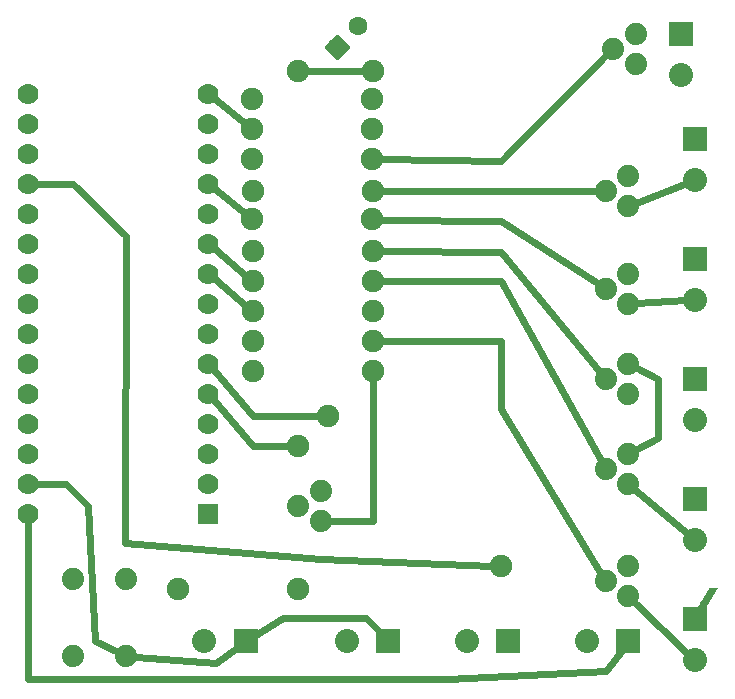
<source format=gtl>
G04 MADE WITH FRITZING*
G04 WWW.FRITZING.ORG*
G04 DOUBLE SIDED*
G04 HOLES PLATED*
G04 CONTOUR ON CENTER OF CONTOUR VECTOR*
%ASAXBY*%
%FSLAX23Y23*%
%MOIN*%
%OFA0B0*%
%SFA1.0B1.0*%
%ADD10C,0.074000*%
%ADD11C,0.080000*%
%ADD12C,0.075000*%
%ADD13C,0.062992*%
%ADD14C,0.070000*%
%ADD15C,0.075433*%
%ADD16R,0.080000X0.080000*%
%ADD17R,0.069972X0.070000*%
%ADD18C,0.024000*%
%ADD19C,0.015748*%
%ADD20R,0.001000X0.001000*%
%LNCOPPER1*%
G90*
G70*
G54D10*
X214Y131D03*
X214Y387D03*
X392Y131D03*
X392Y387D03*
X214Y131D03*
X214Y387D03*
X392Y131D03*
X392Y387D03*
X2064Y1306D03*
X1989Y1356D03*
X2064Y1406D03*
X2064Y1306D03*
X1989Y1356D03*
X2064Y1406D03*
X2064Y1006D03*
X1989Y1056D03*
X2064Y1106D03*
X2064Y1006D03*
X1989Y1056D03*
X2064Y1106D03*
X2064Y331D03*
X1989Y381D03*
X2064Y431D03*
X2064Y331D03*
X1989Y381D03*
X2064Y431D03*
X2064Y706D03*
X1989Y756D03*
X2064Y806D03*
X2064Y706D03*
X1989Y756D03*
X2064Y806D03*
X2064Y1631D03*
X1989Y1681D03*
X2064Y1731D03*
X2064Y1631D03*
X1989Y1681D03*
X2064Y1731D03*
X2089Y2106D03*
X2014Y2156D03*
X2089Y2206D03*
X2089Y2106D03*
X2014Y2156D03*
X2089Y2206D03*
G54D11*
X2064Y181D03*
X1926Y181D03*
X2288Y1056D03*
X2288Y918D03*
X2288Y1456D03*
X2288Y1318D03*
X1664Y181D03*
X1526Y181D03*
X1264Y181D03*
X1126Y181D03*
X789Y181D03*
X651Y181D03*
X2288Y256D03*
X2288Y118D03*
X2288Y656D03*
X2288Y518D03*
X2288Y1856D03*
X2288Y1718D03*
X2239Y2206D03*
X2239Y2068D03*
G54D12*
X812Y1787D03*
X1212Y1787D03*
X812Y1587D03*
X1212Y1587D03*
X814Y1281D03*
X1214Y1281D03*
X964Y356D03*
X564Y356D03*
X812Y1987D03*
X1212Y1987D03*
X814Y1681D03*
X1214Y1681D03*
X814Y1481D03*
X1214Y1481D03*
X814Y1181D03*
X1214Y1181D03*
X814Y1381D03*
X1214Y1381D03*
X814Y1081D03*
X1214Y1081D03*
X812Y1887D03*
X1212Y1887D03*
G54D13*
X1095Y2162D03*
X1164Y2231D03*
G54D14*
X664Y606D03*
X664Y706D03*
X664Y806D03*
X664Y906D03*
X664Y1006D03*
X664Y1106D03*
X664Y1206D03*
X664Y1306D03*
X664Y1406D03*
X664Y1506D03*
X664Y1606D03*
X664Y1706D03*
X664Y1806D03*
X664Y1906D03*
X664Y2006D03*
X64Y606D03*
X64Y706D03*
X64Y806D03*
X64Y906D03*
X64Y1006D03*
X64Y1106D03*
X64Y1206D03*
X64Y1306D03*
X64Y1406D03*
X64Y1506D03*
X64Y1606D03*
X64Y1706D03*
X64Y1806D03*
X64Y1906D03*
X64Y2006D03*
G54D15*
X964Y831D03*
X964Y2081D03*
X1064Y931D03*
G54D10*
X1039Y581D03*
X964Y631D03*
X1039Y681D03*
X1039Y581D03*
X964Y631D03*
X1039Y681D03*
G54D15*
X1214Y2081D03*
X1639Y431D03*
G54D16*
X2064Y181D03*
X2288Y1056D03*
X2288Y1456D03*
X1664Y181D03*
X1264Y181D03*
X789Y181D03*
X2288Y256D03*
X2288Y656D03*
X2288Y1856D03*
X2239Y2206D03*
G54D17*
X664Y606D03*
G54D18*
X2257Y1317D02*
X2091Y1308D01*
D02*
X2089Y1641D02*
X2259Y1707D01*
D02*
X2265Y140D02*
X2084Y313D01*
D02*
X1966Y1371D02*
X1640Y1582D01*
D02*
X1640Y1582D02*
X1241Y1586D01*
D02*
X1640Y1681D02*
X1243Y1681D01*
D02*
X1962Y1681D02*
X1640Y1681D01*
D02*
X2264Y538D02*
X2085Y689D01*
D02*
X687Y1688D02*
X790Y1605D01*
D02*
X792Y1400D02*
X686Y1488D01*
D02*
X1640Y1480D02*
X1243Y1481D01*
D02*
X1972Y1077D02*
X1640Y1480D01*
D02*
X1976Y780D02*
X1640Y1381D01*
D02*
X1640Y1381D02*
X1243Y1381D01*
D02*
X1066Y581D02*
X1214Y582D01*
D02*
X1214Y582D02*
X1214Y1053D01*
D02*
X1995Y2137D02*
X1640Y1783D01*
D02*
X1640Y1783D02*
X1241Y1787D01*
D02*
X1640Y1181D02*
X1640Y956D01*
D02*
X1640Y956D02*
X1975Y404D01*
D02*
X1243Y1181D02*
X1640Y1181D01*
D02*
X686Y1388D02*
X792Y1300D01*
D02*
X687Y1988D02*
X790Y1905D01*
D02*
X1035Y931D02*
X813Y931D01*
D02*
X813Y931D02*
X683Y1084D01*
D02*
X935Y831D02*
X813Y832D01*
D02*
X813Y832D02*
X683Y984D01*
D02*
X2088Y1094D02*
X2165Y1056D01*
D02*
X2165Y1056D02*
X2165Y857D01*
D02*
X2165Y857D02*
X2088Y818D01*
D02*
X816Y197D02*
X914Y257D01*
D02*
X914Y257D02*
X1190Y257D01*
D02*
X1190Y257D02*
X1243Y204D01*
D02*
X423Y129D02*
X690Y107D01*
D02*
X690Y107D02*
X764Y162D01*
D02*
X190Y706D02*
X93Y706D01*
D02*
X288Y182D02*
X263Y632D01*
D02*
X263Y632D02*
X190Y706D01*
D02*
X364Y145D02*
X288Y182D01*
D02*
X1185Y2081D02*
X993Y2081D01*
D02*
X214Y1705D02*
X93Y1706D01*
D02*
X388Y507D02*
X390Y1533D01*
D02*
X1040Y456D02*
X388Y507D01*
D02*
X390Y1533D02*
X214Y1705D01*
D02*
X1610Y432D02*
X1040Y456D01*
D02*
X690Y56D02*
X64Y56D01*
D02*
X1990Y81D02*
X1464Y56D01*
D02*
X2046Y156D02*
X1990Y81D01*
D02*
X1464Y56D02*
X690Y56D01*
D02*
X64Y56D02*
X64Y577D01*
G54D19*
X1128Y2162D02*
X1095Y2128D01*
X1061Y2162D01*
X1095Y2195D01*
X1128Y2162D01*
D02*
G54D20*
X2335Y357D02*
X2362Y357D01*
X2335Y356D02*
X2362Y356D01*
X2334Y355D02*
X2361Y355D01*
X2333Y354D02*
X2361Y354D01*
X2333Y353D02*
X2360Y353D01*
X2332Y352D02*
X2359Y352D01*
X2332Y351D02*
X2359Y351D01*
X2331Y350D02*
X2358Y350D01*
X2330Y349D02*
X2358Y349D01*
X2330Y348D02*
X2357Y348D01*
X2329Y347D02*
X2356Y347D01*
X2329Y346D02*
X2356Y346D01*
X2328Y345D02*
X2355Y345D01*
X2327Y344D02*
X2354Y344D01*
X2327Y343D02*
X2354Y343D01*
X2326Y342D02*
X2353Y342D01*
X2325Y341D02*
X2353Y341D01*
X2325Y340D02*
X2352Y340D01*
X2324Y339D02*
X2351Y339D01*
X2324Y338D02*
X2351Y338D01*
X2323Y337D02*
X2350Y337D01*
X2322Y336D02*
X2350Y336D01*
X2322Y335D02*
X2349Y335D01*
X2321Y334D02*
X2348Y334D01*
X2321Y333D02*
X2348Y333D01*
X2320Y332D02*
X2347Y332D01*
X2319Y331D02*
X2346Y331D01*
X2319Y330D02*
X2346Y330D01*
X2318Y329D02*
X2345Y329D01*
X2318Y328D02*
X2345Y328D01*
X2317Y327D02*
X2344Y327D01*
X2316Y326D02*
X2343Y326D01*
X2316Y325D02*
X2343Y325D01*
X2315Y324D02*
X2342Y324D01*
X2314Y323D02*
X2342Y323D01*
X2314Y322D02*
X2341Y322D01*
X2313Y321D02*
X2340Y321D01*
X2313Y320D02*
X2340Y320D01*
X2312Y319D02*
X2339Y319D01*
X2311Y318D02*
X2339Y318D01*
X2311Y317D02*
X2338Y317D01*
X2310Y316D02*
X2337Y316D01*
X2310Y315D02*
X2337Y315D01*
X2309Y314D02*
X2336Y314D01*
X2308Y313D02*
X2335Y313D01*
X2308Y312D02*
X2335Y312D01*
X2307Y311D02*
X2334Y311D01*
X2306Y310D02*
X2334Y310D01*
X2306Y309D02*
X2333Y309D01*
X2305Y308D02*
X2332Y308D01*
X2305Y307D02*
X2332Y307D01*
X2304Y306D02*
X2331Y306D01*
X2303Y305D02*
X2331Y305D01*
X2303Y304D02*
X2330Y304D01*
X2302Y303D02*
X2329Y303D01*
X2302Y302D02*
X2329Y302D01*
X2301Y301D02*
X2328Y301D01*
X2300Y300D02*
X2328Y300D01*
X2300Y299D02*
X2327Y299D01*
X2299Y298D02*
X2326Y298D01*
X2299Y297D02*
X2326Y297D01*
X2298Y296D02*
X2325Y296D01*
X2297Y295D02*
X2324Y295D01*
X2297Y294D02*
X2324Y294D01*
X2296Y293D02*
X2323Y293D01*
X2295Y292D02*
X2323Y292D01*
X2295Y291D02*
X2322Y291D01*
X2294Y290D02*
X2321Y290D01*
X2294Y289D02*
X2321Y289D01*
X2293Y288D02*
X2320Y288D01*
X2293Y287D02*
X2320Y287D01*
X2292Y286D02*
X2319Y286D01*
X2292Y285D02*
X2318Y285D01*
X2292Y284D02*
X2318Y284D01*
X2292Y283D02*
X2317Y283D01*
X2292Y282D02*
X2316Y282D01*
X2292Y281D02*
X2316Y281D01*
X2292Y280D02*
X2315Y280D01*
X2293Y279D02*
X2315Y279D01*
X2293Y278D02*
X2314Y278D01*
X2294Y277D02*
X2313Y277D01*
X2294Y276D02*
X2313Y276D01*
X2295Y275D02*
X2312Y275D01*
X2296Y274D02*
X2311Y274D01*
X2298Y273D02*
X2310Y273D01*
X2300Y272D02*
X2308Y272D01*
D02*
G04 End of Copper1*
M02*
</source>
